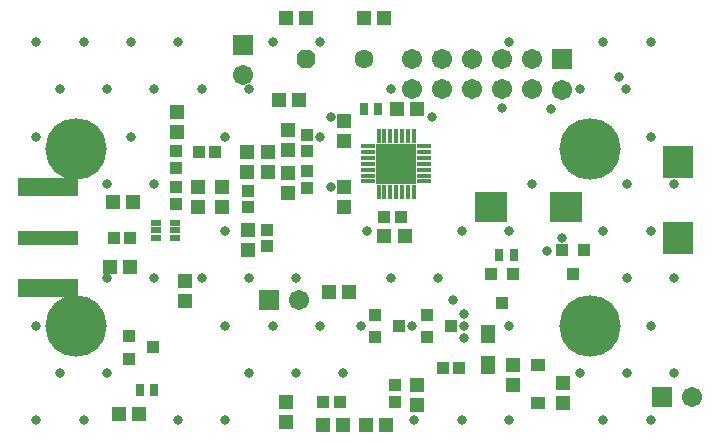
<source format=gts>
G04 Layer_Color=8388736*
%FSLAX44Y44*%
%MOMM*%
G71*
G01*
G75*
%ADD50R,0.8032X1.1032*%
%ADD51R,1.1032X1.0032*%
%ADD52R,1.2032X1.0032*%
%ADD53R,1.0032X1.0032*%
%ADD54R,1.2032X1.3032*%
%ADD55R,1.0032X1.1032*%
%ADD56R,2.8032X2.6032*%
%ADD57R,1.1032X1.0032*%
%ADD58R,1.2032X1.6032*%
%ADD59R,1.0032X1.1032*%
%ADD60R,1.3032X1.2032*%
%ADD61R,0.9032X0.6032*%
%ADD62R,1.3032X0.4532*%
%ADD63R,0.4532X1.3032*%
%ADD64R,3.4532X3.4532*%
%ADD65R,5.2032X1.2032*%
%ADD66R,5.2032X1.6032*%
%ADD67R,2.6032X2.8032*%
%ADD68R,1.7032X1.7032*%
%ADD69C,1.7032*%
%ADD70R,1.7032X1.7032*%
%ADD71C,1.6032*%
%ADD72P,1.7353X8X22.5*%
%ADD73C,5.2032*%
%ADD74C,0.8032*%
%ADD75C,0.7032*%
D50*
X115750Y70750D02*
D03*
X103750D02*
D03*
X420250Y185000D02*
D03*
X408250D02*
D03*
X305500Y308500D02*
D03*
X293500D02*
D03*
D51*
X94750Y116250D02*
D03*
Y97250D02*
D03*
X114750Y106750D02*
D03*
X303000Y134250D02*
D03*
Y115250D02*
D03*
X323000Y124750D02*
D03*
X347250Y134250D02*
D03*
Y115250D02*
D03*
X367250Y124750D02*
D03*
D52*
X441000Y91700D02*
D03*
Y59300D02*
D03*
D53*
X410500Y144750D02*
D03*
X401000Y168750D02*
D03*
X420000D02*
D03*
D54*
X462500Y76250D02*
D03*
Y59250D02*
D03*
X420000Y74500D02*
D03*
Y91500D02*
D03*
X228000Y60250D02*
D03*
Y43250D02*
D03*
X338750Y58250D02*
D03*
Y75250D02*
D03*
X142500Y146250D02*
D03*
Y163250D02*
D03*
X276500Y225250D02*
D03*
Y242250D02*
D03*
X195500Y206000D02*
D03*
Y189000D02*
D03*
X229000Y273750D02*
D03*
Y290750D02*
D03*
X135000Y306000D02*
D03*
Y289000D02*
D03*
X276500Y298250D02*
D03*
Y281250D02*
D03*
X173750Y242250D02*
D03*
Y225250D02*
D03*
X153000Y225250D02*
D03*
Y242250D02*
D03*
X229250Y237750D02*
D03*
Y254750D02*
D03*
D55*
X480000Y189000D02*
D03*
X461000D02*
D03*
X470500Y169000D02*
D03*
D56*
X401000Y226000D02*
D03*
X465000D02*
D03*
D57*
X320250Y74500D02*
D03*
Y60500D02*
D03*
X245000Y272750D02*
D03*
Y286750D02*
D03*
X195500Y225500D02*
D03*
Y239500D02*
D03*
X134250Y228250D02*
D03*
Y242250D02*
D03*
X211250Y192250D02*
D03*
Y206250D02*
D03*
X134750Y258750D02*
D03*
Y272750D02*
D03*
X245000Y242000D02*
D03*
Y256000D02*
D03*
D58*
X398750Y92000D02*
D03*
Y118000D02*
D03*
D59*
X374250Y89500D02*
D03*
X360250D02*
D03*
X273250Y60500D02*
D03*
X259250D02*
D03*
X153750Y272000D02*
D03*
X167750D02*
D03*
X81750Y199750D02*
D03*
X95750D02*
D03*
X325000Y217000D02*
D03*
X311000D02*
D03*
D60*
X295000Y40750D02*
D03*
X312000D02*
D03*
X259000D02*
D03*
X276000D02*
D03*
X338750Y308500D02*
D03*
X321750D02*
D03*
X244500Y386000D02*
D03*
X227500D02*
D03*
X328000Y201250D02*
D03*
X311000D02*
D03*
X78500Y175000D02*
D03*
X95500D02*
D03*
X195000Y255250D02*
D03*
X212000D02*
D03*
X293250Y386000D02*
D03*
X310250D02*
D03*
X98500Y229750D02*
D03*
X81500D02*
D03*
X195000Y272250D02*
D03*
X212000D02*
D03*
X239000Y316250D02*
D03*
X222000D02*
D03*
X86000Y50750D02*
D03*
X103000D02*
D03*
X281250Y153250D02*
D03*
X264250D02*
D03*
D61*
X117500Y212250D02*
D03*
Y205750D02*
D03*
Y199250D02*
D03*
X134000Y212250D02*
D03*
Y205750D02*
D03*
Y199250D02*
D03*
D62*
X297250Y277250D02*
D03*
Y272250D02*
D03*
Y267250D02*
D03*
Y262250D02*
D03*
Y257250D02*
D03*
Y252250D02*
D03*
Y247250D02*
D03*
X344750D02*
D03*
Y252250D02*
D03*
Y257250D02*
D03*
Y262250D02*
D03*
Y267250D02*
D03*
Y272250D02*
D03*
Y277250D02*
D03*
D63*
X306000Y238500D02*
D03*
X311000D02*
D03*
X316000D02*
D03*
X321000D02*
D03*
X326000D02*
D03*
X331000D02*
D03*
X336000D02*
D03*
Y286000D02*
D03*
X331000D02*
D03*
X326000D02*
D03*
X321000D02*
D03*
X316000D02*
D03*
X311000D02*
D03*
X306000D02*
D03*
D64*
X321000Y262250D02*
D03*
D65*
X26000Y199750D02*
D03*
D66*
Y157250D02*
D03*
Y242250D02*
D03*
D67*
X559500Y199750D02*
D03*
Y263750D02*
D03*
D68*
X461550Y350550D02*
D03*
X213600Y147000D02*
D03*
X546000Y64750D02*
D03*
D69*
X461200Y324900D02*
D03*
X436000Y350500D02*
D03*
Y325100D02*
D03*
X410600Y350500D02*
D03*
Y325100D02*
D03*
X385200Y350500D02*
D03*
Y325100D02*
D03*
X359800Y350500D02*
D03*
Y325100D02*
D03*
X334400Y350500D02*
D03*
Y325100D02*
D03*
X191250Y337500D02*
D03*
X239000Y147000D02*
D03*
X571400Y64750D02*
D03*
D70*
X191250Y362900D02*
D03*
D71*
X293300Y351000D02*
D03*
D72*
X244500D02*
D03*
D73*
X50000Y125000D02*
D03*
Y275000D02*
D03*
X485000D02*
D03*
Y125000D02*
D03*
D74*
X265750Y242250D02*
D03*
X265500Y302000D02*
D03*
X410600Y309250D02*
D03*
X515775Y325266D02*
D03*
X451750Y308500D02*
D03*
X351250Y301750D02*
D03*
X536250Y365250D02*
D03*
Y285250D02*
D03*
X556250Y245250D02*
D03*
X536250Y205250D02*
D03*
X556250Y165250D02*
D03*
X536250Y125250D02*
D03*
X556250Y85250D02*
D03*
X536250Y45250D02*
D03*
X496250Y365250D02*
D03*
X516250Y245250D02*
D03*
X496250Y205250D02*
D03*
X516250Y165250D02*
D03*
Y85250D02*
D03*
X496250Y45250D02*
D03*
X476250Y325250D02*
D03*
Y85250D02*
D03*
X416250Y365250D02*
D03*
X436250Y245250D02*
D03*
X416250Y205250D02*
D03*
Y125250D02*
D03*
Y45250D02*
D03*
X376250Y205250D02*
D03*
Y45250D02*
D03*
X356250Y165250D02*
D03*
X336250Y45250D02*
D03*
X316250Y325250D02*
D03*
X296250Y205250D02*
D03*
X316250Y165250D02*
D03*
X256250Y365250D02*
D03*
Y285250D02*
D03*
Y125250D02*
D03*
X276250Y85250D02*
D03*
X216250Y365250D02*
D03*
X236250Y165250D02*
D03*
X216250Y125250D02*
D03*
X236250Y85250D02*
D03*
X196250Y325250D02*
D03*
X176250Y285250D02*
D03*
Y205250D02*
D03*
X196250Y165250D02*
D03*
X176250Y125250D02*
D03*
X196250Y85250D02*
D03*
X176250Y45250D02*
D03*
X136250Y365250D02*
D03*
X156250Y325250D02*
D03*
Y165250D02*
D03*
X136250Y45250D02*
D03*
X96250Y365250D02*
D03*
X116250Y325250D02*
D03*
X96250Y285250D02*
D03*
X116250Y245250D02*
D03*
Y165250D02*
D03*
X56250Y365250D02*
D03*
X76250Y325250D02*
D03*
Y245250D02*
D03*
Y165250D02*
D03*
Y85250D02*
D03*
X56250Y45250D02*
D03*
X16250Y365250D02*
D03*
X36250Y325250D02*
D03*
X16250Y285250D02*
D03*
Y125250D02*
D03*
X36250Y85250D02*
D03*
X16250Y45250D02*
D03*
X509200Y335800D02*
D03*
X368750Y146750D02*
D03*
X290750Y124750D02*
D03*
X448750Y188750D02*
D03*
X461250Y199750D02*
D03*
X378750Y114750D02*
D03*
Y135250D02*
D03*
Y125000D02*
D03*
X334500Y124750D02*
D03*
D75*
X310000Y273250D02*
D03*
X321000D02*
D03*
X332000D02*
D03*
X310000Y262250D02*
D03*
X321000D02*
D03*
X332000D02*
D03*
X310000Y251250D02*
D03*
X321000D02*
D03*
X332000D02*
D03*
M02*

</source>
